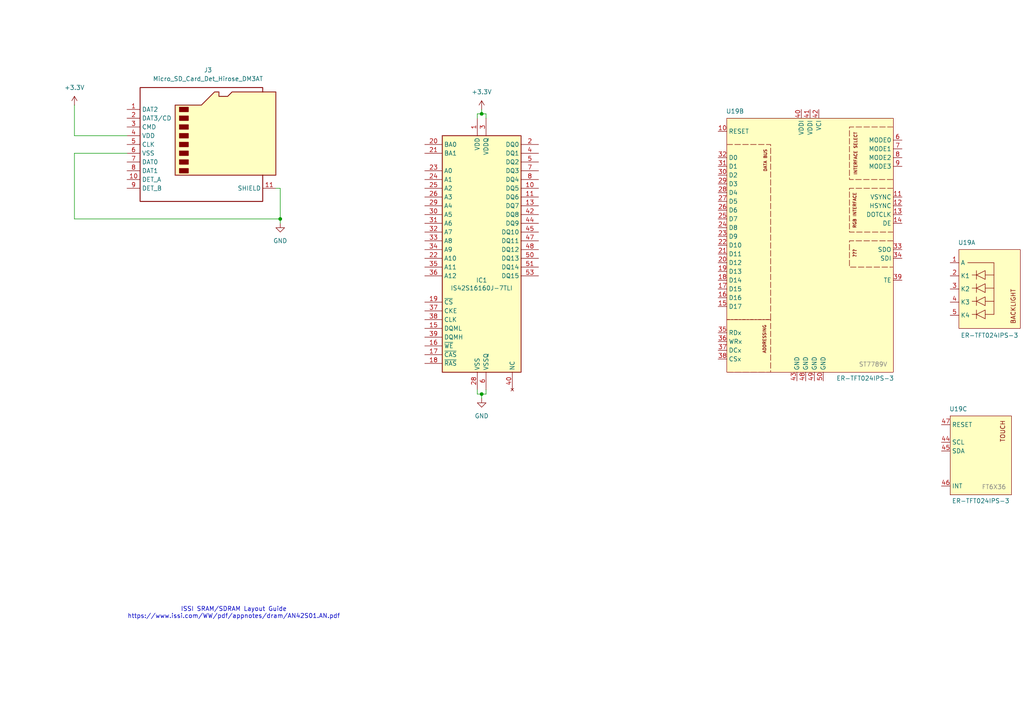
<source format=kicad_sch>
(kicad_sch (version 20250114) (generator "eeschema") (generator_version "9.0")
  (paper "A4")
  (lib_symbols
    (symbol "Connector:Micro_SD_Card_Det_Hirose_DM3AT"
      (property "Reference" "J" (at -16.51 17.78 0))
      (property "Value" "Micro_SD_Card_Det_Hirose_DM3AT" (at 16.51 17.78 0))
      (symbol "Micro_SD_Card_Det_Hirose_DM3AT_0_1"
        (polyline (pts (xy -8.89 -8.89) (xy -8.89 11.43) (xy -1.27 11.43) (xy 2.54 15.24) (xy 3.81 15.24) (xy 3.81 13.97) (xy 6.35 13.97) (xy 7.62 15.24) (xy 20.32 15.24) (xy 20.32 -8.89) (xy -8.89 -8.89)) (stroke (width 0.254)) (fill (type background)))
        (rectangle (start -7.62 10.795) (end -5.08 9.525) (stroke (width 0.254)) (fill (type outline)))
        (rectangle (start -7.62 8.255) (end -5.08 6.985) (stroke (width 0.254)) (fill (type outline)))
        (rectangle (start -7.62 5.715) (end -5.08 4.445) (stroke (width 0.254)) (fill (type outline)))
        (rectangle (start -7.62 3.175) (end -5.08 1.905) (stroke (width 0.254)) (fill (type outline)))
        (rectangle (start -7.62 0.635) (end -5.08 -0.635) (stroke (width 0.254)) (fill (type outline)))
        (rectangle (start -7.62 -1.905) (end -5.08 -3.175) (stroke (width 0.254)) (fill (type outline)))
        (rectangle (start -7.62 -4.445) (end -5.08 -5.715) (stroke (width 0.254)) (fill (type outline)))
        (rectangle (start -7.62 -6.985) (end -5.08 -8.255) (stroke (width 0.254)) (fill (type outline)))
        (polyline (pts (xy 16.51 15.24) (xy 16.51 16.51) (xy -19.05 16.51) (xy -19.05 -16.51) (xy 16.51 -16.51) (xy 16.51 -8.89)) (stroke (width 0.254)))
      )
      (symbol "Micro_SD_Card_Det_Hirose_DM3AT_1_1"
        (pin bidirectional line (at -22.86 10.16 0) (length 3.81) (name "DAT2") (number "1"))
        (pin bidirectional line (at -22.86 7.62 0) (length 3.81) (name "DAT3/CD") (number "2"))
        (pin input line (at -22.86 5.08 0) (length 3.81) (name "CMD") (number "3"))
        (pin power_in line (at -22.86 2.54 0) (length 3.81) (name "VDD") (number "4"))
        (pin input line (at -22.86 0 0) (length 3.81) (name "CLK") (number "5"))
        (pin power_in line (at -22.86 -2.54 0) (length 3.81) (name "VSS") (number "6"))
        (pin bidirectional line (at -22.86 -5.08 0) (length 3.81) (name "DAT0") (number "7"))
        (pin bidirectional line (at -22.86 -7.62 0) (length 3.81) (name "DAT1") (number "8"))
        (pin passive line (at -22.86 -10.16 0) (length 3.81) (name "DET_A") (number "10"))
        (pin passive line (at -22.86 -12.7 0) (length 3.81) (name "DET_B") (number "9"))
        (pin passive line (at 20.32 -12.7 180) (length 3.81) (name "SHIELD") (number "11"))
      )
    )
    (symbol "ER-TFT024IPS-3_1"
      (property "Reference" "U" (at 0 0 0))
      (property "Value" "ER-TFT024IPS-3" (at 0 0 0))
      (symbol "ER-TFT024IPS-3_1_1_1"
        (rectangle (start -8.89 11.43) (end 8.89 -11.43) (fill (type background)))
        (polyline (pts (xy -6.35 7.62) (xy 1.27 7.62)))
        (polyline (pts (xy -5.08 4.064) (xy -3.81 4.064)))
        (polyline (pts (xy -5.08 0.254) (xy -3.81 0.254)))
        (polyline (pts (xy -5.08 -3.556) (xy -3.81 -3.556)))
        (polyline (pts (xy -3.81 2.794) (xy -3.81 5.334)))
        (polyline (pts (xy -3.81 -1.016) (xy -3.81 1.524)))
        (polyline (pts (xy -3.81 -4.826) (xy -3.81 -2.286)))
        (polyline (pts (xy -3.81 -7.366) (xy -5.08 -7.366)))
        (polyline (pts (xy -3.81 -8.636) (xy -3.81 -6.096)))
        (polyline (pts (xy -1.27 2.794) (xy -1.27 5.334) (xy -3.81 4.064) (xy -1.27 2.794)))
        (polyline (pts (xy -1.27 -1.016) (xy -1.27 1.524) (xy -3.81 0.254) (xy -1.27 -1.016)))
        (polyline (pts (xy -1.27 -4.826) (xy -1.27 -2.286) (xy -3.81 -3.556) (xy -1.27 -4.826)))
        (polyline (pts (xy -1.27 -8.636) (xy -1.27 -6.096) (xy -3.81 -7.366) (xy -1.27 -8.636)))
        (polyline (pts (xy 1.27 7.62) (xy 1.27 -7.366)))
        (polyline (pts (xy 1.27 4.064) (xy -1.27 4.064)))
        (polyline (pts (xy 1.27 0.254) (xy -1.27 0.254)))
        (polyline (pts (xy 1.27 -3.556) (xy -1.27 -3.556)))
        (polyline (pts (xy 1.27 -7.366) (xy -1.27 -7.366)))
        (text "BACKLIGHT" (at 7.62 -10.16 900) (effects (font (size 1.27 1.27)) (justify left bottom)))
        (pin input line (at -11.43 7.62 0) (length 2.54) (name "A") (number "1"))
        (pin input line (at -11.43 3.81 0) (length 2.54) (name "K1") (number "2"))
        (pin input line (at -11.43 0 0) (length 2.54) (name "K2") (number "3"))
        (pin input line (at -11.43 -3.81 0) (length 2.54) (name "K3") (number "4"))
        (pin input line (at -11.43 -7.62 0) (length 2.54) (name "K4") (number "5"))
      )
      (symbol "ER-TFT024IPS-3_1_2_1"
        (rectangle (start -24.13 36.83) (end 24.13 -36.83) (fill (type background)))
        (polyline (pts (xy -24.13 29.21) (xy -11.43 29.21) (xy -11.43 -21.59) (xy -24.13 -21.59)) (stroke (width 0) (type dash)))
        (polyline (pts (xy -24.13 -21.59) (xy -11.43 -21.59) (xy -11.43 -36.83) (xy -24.13 -36.83)) (stroke (width 0) (type dash)))
        (polyline (pts (xy 24.13 34.29) (xy 11.43 34.29) (xy 11.43 19.05) (xy 24.13 19.05)) (stroke (width 0) (type dash)))
        (polyline (pts (xy 24.13 16.51) (xy 11.43 16.51) (xy 11.43 3.81) (xy 24.13 3.81)) (stroke (width 0) (type dash)))
        (polyline (pts (xy 24.13 1.27) (xy 11.43 1.27) (xy 11.43 -6.35) (xy 24.13 -6.35)) (stroke (width 0) (type dash)))
        (text "ADDRESSING" (at -13.208 -27.178 900) (effects (font (size 0.889 0.889))))
        (text "DATA BUS" (at -12.954 24.638 900) (effects (font (size 0.889 0.889))))
        (text "RGB INTERFACE" (at 12.954 10.16 900) (effects (font (size 0.889 0.889))))
        (text "???" (at 12.954 -2.286 900) (effects (font (size 0.889 0.889))))
        (text "INTERFACE SELECT" (at 13.208 26.67 900) (effects (font (size 0.889 0.889))))
        (text "ST7789V" (at 18.288 -34.544 0) (effects (font (size 1.27 1.27))))
        (pin input line (at -26.67 33.02 0) (length 2.54) (name "RESET") (number "10"))
        (pin input line (at -26.67 25.4 0) (length 2.54) (name "D0") (number "32"))
        (pin input line (at -26.67 22.86 0) (length 2.54) (name "D1") (number "31"))
        (pin input line (at -26.67 20.32 0) (length 2.54) (name "D2") (number "30"))
        (pin input line (at -26.67 17.78 0) (length 2.54) (name "D3") (number "29"))
        (pin input line (at -26.67 15.24 0) (length 2.54) (name "D4") (number "28"))
        (pin input line (at -26.67 12.7 0) (length 2.54) (name "D5") (number "27"))
        (pin input line (at -26.67 10.16 0) (length 2.54) (name "D6") (number "26"))
        (pin input line (at -26.67 7.62 0) (length 2.54) (name "D7") (number "25"))
        (pin input line (at -26.67 5.08 0) (length 2.54) (name "D8") (number "24"))
        (pin input line (at -26.67 2.54 0) (length 2.54) (name "D9") (number "23"))
        (pin input line (at -26.67 0 0) (length 2.54) (name "D10") (number "22"))
        (pin input line (at -26.67 -2.54 0) (length 2.54) (name "D11") (number "21"))
        (pin input line (at -26.67 -5.08 0) (length 2.54) (name "D12") (number "20"))
        (pin input line (at -26.67 -7.62 0) (length 2.54) (name "D13") (number "19"))
        (pin input line (at -26.67 -10.16 0) (length 2.54) (name "D14") (number "18"))
        (pin input line (at -26.67 -12.7 0) (length 2.54) (name "D15") (number "17"))
        (pin input line (at -26.67 -15.24 0) (length 2.54) (name "D16") (number "16"))
        (pin input line (at -26.67 -17.78 0) (length 2.54) (name "D17") (number "15"))
        (pin input line (at -26.67 -25.4 0) (length 2.54) (name "RDx") (number "35"))
        (pin input line (at -26.67 -27.94 0) (length 2.54) (name "WRx") (number "36"))
        (pin input line (at -26.67 -30.48 0) (length 2.54) (name "DCx") (number "37"))
        (pin input line (at -26.67 -33.02 0) (length 2.54) (name "CSx") (number "38"))
        (pin input line (at -3.81 -39.37 90) (length 2.54) (name "GND") (number "43"))
        (pin input line (at -2.54 39.37 270) (length 2.54) (name "VDDI") (number "40"))
        (pin input line (at -1.27 -39.37 90) (length 2.54) (name "GND") (number "48"))
        (pin input line (at 0 39.37 270) (length 2.54) (name "VDDI") (number "41"))
        (pin input line (at 1.27 -39.37 90) (length 2.54) (name "GND") (number "49"))
        (pin input line (at 2.54 39.37 270) (length 2.54) (name "VCI") (number "42"))
        (pin input line (at 3.81 -39.37 90) (length 2.54) (name "GND") (number "50"))
        (pin input line (at 26.67 30.48 180) (length 2.54) (name "MODE0") (number "6"))
        (pin input line (at 26.67 27.94 180) (length 2.54) (name "MODE1") (number "7"))
        (pin input line (at 26.67 25.4 180) (length 2.54) (name "MODE2") (number "8"))
        (pin input line (at 26.67 22.86 180) (length 2.54) (name "MODE3") (number "9"))
        (pin input line (at 26.67 13.97 180) (length 2.54) (name "VSYNC") (number "11"))
        (pin input line (at 26.67 11.43 180) (length 2.54) (name "HSYNC") (number "12"))
        (pin input line (at 26.67 8.89 180) (length 2.54) (name "DOTCLK") (number "13"))
        (pin input line (at 26.67 6.35 180) (length 2.54) (name "DE") (number "14"))
        (pin input line (at 26.67 -1.27 180) (length 2.54) (name "SDO") (number "33"))
        (pin input line (at 26.67 -3.81 180) (length 2.54) (name "SDI") (number "34"))
        (pin input line (at 26.67 -10.16 180) (length 2.54) (name "TE") (number "39"))
      )
      (symbol "ER-TFT024IPS-3_1_3_1"
        (rectangle (start -8.89 11.43) (end 8.89 -11.43) (fill (type background)))
        (text "FT6X36" (at 3.81 -9.144 0) (effects (font (size 1.27 1.27))))
        (text "TOUCH" (at 7.112 3.81 900) (effects (font (size 1.27 1.27)) (justify left bottom)))
        (pin input line (at -11.43 8.89 0) (length 2.54) (name "RESET") (number "47"))
        (pin input line (at -11.43 3.81 0) (length 2.54) (name "SCL") (number "44"))
        (pin input line (at -11.43 1.27 0) (length 2.54) (name "SDA") (number "45"))
        (pin input line (at -11.43 -8.89 0) (length 2.54) (name "INT") (number "46"))
      )
    )
    (symbol "pocket_synth:ER-TFT024IPS-3"
      (symbol "ER-TFT024IPS-3_1_1"
        (rectangle (start -8.89 11.43) (end 8.89 -11.43) (fill (type background)))
        (polyline (pts (xy -6.35 7.62) (xy 1.27 7.62)))
        (polyline (pts (xy -5.08 4.064) (xy -3.81 4.064)))
        (polyline (pts (xy -5.08 0.254) (xy -3.81 0.254)))
        (polyline (pts (xy -5.08 -3.556) (xy -3.81 -3.556)))
        (polyline (pts (xy -3.81 2.794) (xy -3.81 5.334)))
        (polyline (pts (xy -3.81 -1.016) (xy -3.81 1.524)))
        (polyline (pts (xy -3.81 -4.826) (xy -3.81 -2.286)))
        (polyline (pts (xy -3.81 -7.366) (xy -5.08 -7.366)))
        (polyline (pts (xy -3.81 -8.636) (xy -3.81 -6.096)))
        (polyline (pts (xy -1.27 2.794) (xy -1.27 5.334) (xy -3.81 4.064) (xy -1.27 2.794)))
        (polyline (pts (xy -1.27 -1.016) (xy -1.27 1.524) (xy -3.81 0.254) (xy -1.27 -1.016)))
        (polyline (pts (xy -1.27 -4.826) (xy -1.27 -2.286) (xy -3.81 -3.556) (xy -1.27 -4.826)))
        (polyline (pts (xy -1.27 -8.636) (xy -1.27 -6.096) (xy -3.81 -7.366) (xy -1.27 -8.636)))
        (polyline (pts (xy 1.27 7.62) (xy 1.27 -7.366)))
        (polyline (pts (xy 1.27 4.064) (xy -1.27 4.064)))
        (polyline (pts (xy 1.27 0.254) (xy -1.27 0.254)))
        (polyline (pts (xy 1.27 -3.556) (xy -1.27 -3.556)))
        (polyline (pts (xy 1.27 -7.366) (xy -1.27 -7.366)))
        (text "BACKLIGHT" (at 7.62 -10.16 900) (effects (font (size 1.27 1.27)) (justify left bottom)))
        (pin input line (at -11.43 7.62 0) (length 2.54) (name "A") (number "1"))
        (pin input line (at -11.43 3.81 0) (length 2.54) (name "K1") (number "2"))
        (pin input line (at -11.43 0 0) (length 2.54) (name "K2") (number "3"))
        (pin input line (at -11.43 -3.81 0) (length 2.54) (name "K3") (number "4"))
        (pin input line (at -11.43 -7.62 0) (length 2.54) (name "K4") (number "5"))
      )
      (symbol "ER-TFT024IPS-3_2_1"
        (rectangle (start -24.13 36.83) (end 24.13 -36.83) (fill (type background)))
        (polyline (pts (xy -24.13 29.21) (xy -11.43 29.21) (xy -11.43 -21.59) (xy -24.13 -21.59)) (stroke (width 0) (type dash)))
        (polyline (pts (xy -24.13 -21.59) (xy -11.43 -21.59) (xy -11.43 -36.83) (xy -24.13 -36.83)) (stroke (width 0) (type dash)))
        (polyline (pts (xy 24.13 34.29) (xy 11.43 34.29) (xy 11.43 19.05) (xy 24.13 19.05)) (stroke (width 0) (type dash)))
        (polyline (pts (xy 24.13 16.51) (xy 11.43 16.51) (xy 11.43 3.81) (xy 24.13 3.81)) (stroke (width 0) (type dash)))
        (polyline (pts (xy 24.13 1.27) (xy 11.43 1.27) (xy 11.43 -6.35) (xy 24.13 -6.35)) (stroke (width 0) (type dash)))
        (text "ADDRESSING" (at -13.208 -27.178 900) (effects (font (size 0.889 0.889))))
        (text "DATA BUS" (at -12.954 24.638 900) (effects (font (size 0.889 0.889))))
        (text "RGB INTERFACE" (at 12.954 10.16 900) (effects (font (size 0.889 0.889))))
        (text "???" (at 12.954 -2.286 900) (effects (font (size 0.889 0.889))))
        (text "INTERFACE SELECT" (at 13.208 26.67 900) (effects (font (size 0.889 0.889))))
        (text "ST7789V" (at 18.288 -34.544 0) (effects (font (size 1.27 1.27))))
        (pin input line (at -26.67 33.02 0) (length 2.54) (name "RESET") (number "10"))
        (pin input line (at -26.67 25.4 0) (length 2.54) (name "D0") (number "32"))
        (pin input line (at -26.67 22.86 0) (length 2.54) (name "D1") (number "31"))
        (pin input line (at -26.67 20.32 0) (length 2.54) (name "D2") (number "30"))
        (pin input line (at -26.67 17.78 0) (length 2.54) (name "D3") (number "29"))
        (pin input line (at -26.67 15.24 0) (length 2.54) (name "D4") (number "28"))
        (pin input line (at -26.67 12.7 0) (length 2.54) (name "D5") (number "27"))
        (pin input line (at -26.67 10.16 0) (length 2.54) (name "D6") (number "26"))
        (pin input line (at -26.67 7.62 0) (length 2.54) (name "D7") (number "25"))
        (pin input line (at -26.67 5.08 0) (length 2.54) (name "D8") (number "24"))
        (pin input line (at -26.67 2.54 0) (length 2.54) (name "D9") (number "23"))
        (pin input line (at -26.67 0 0) (length 2.54) (name "D10") (number "22"))
        (pin input line (at -26.67 -2.54 0) (length 2.54) (name "D11") (number "21"))
        (pin input line (at -26.67 -5.08 0) (length 2.54) (name "D12") (number "20"))
        (pin input line (at -26.67 -7.62 0) (length 2.54) (name "D13") (number "19"))
        (pin input line (at -26.67 -10.16 0) (length 2.54) (name "D14") (number "18"))
        (pin input line (at -26.67 -12.7 0) (length 2.54) (name "D15") (number "17"))
        (pin input line (at -26.67 -15.24 0) (length 2.54) (name "D16") (number "16"))
        (pin input line (at -26.67 -17.78 0) (length 2.54) (name "D17") (number "15"))
        (pin input line (at -26.67 -25.4 0) (length 2.54) (name "RDx") (number "35"))
        (pin input line (at -26.67 -27.94 0) (length 2.54) (name "WRx") (number "36"))
        (pin input line (at -26.67 -30.48 0) (length 2.54) (name "DCx") (number "37"))
        (pin input line (at -26.67 -33.02 0) (length 2.54) (name "CSx") (number "38"))
        (pin input line (at -3.81 -39.37 90) (length 2.54) (name "GND") (number "43"))
        (pin input line (at -2.54 39.37 270) (length 2.54) (name "VDDI") (number "40"))
        (pin input line (at -1.27 -39.37 90) (length 2.54) (name "GND") (number "48"))
        (pin input line (at 0 39.37 270) (length 2.54) (name "VDDI") (number "41"))
        (pin input line (at 1.27 -39.37 90) (length 2.54) (name "GND") (number "49"))
        (pin input line (at 2.54 39.37 270) (length 2.54) (name "VCI") (number "42"))
        (pin input line (at 3.81 -39.37 90) (length 2.54) (name "GND") (number "50"))
        (pin input line (at 26.67 30.48 180) (length 2.54) (name "MODE0") (number "6"))
        (pin input line (at 26.67 27.94 180) (length 2.54) (name "MODE1") (number "7"))
        (pin input line (at 26.67 25.4 180) (length 2.54) (name "MODE2") (number "8"))
        (pin input line (at 26.67 22.86 180) (length 2.54) (name "MODE3") (number "9"))
        (pin input line (at 26.67 13.97 180) (length 2.54) (name "VSYNC") (number "11"))
        (pin input line (at 26.67 11.43 180) (length 2.54) (name "HSYNC") (number "12"))
        (pin input line (at 26.67 8.89 180) (length 2.54) (name "DOTCLK") (number "13"))
        (pin input line (at 26.67 6.35 180) (length 2.54) (name "DE") (number "14"))
        (pin input line (at 26.67 -1.27 180) (length 2.54) (name "SDO") (number "33"))
        (pin input line (at 26.67 -3.81 180) (length 2.54) (name "SDI") (number "34"))
        (pin input line (at 26.67 -10.16 180) (length 2.54) (name "TE") (number "39"))
      )
      (symbol "ER-TFT024IPS-3_3_1"
        (rectangle (start -8.89 11.43) (end 8.89 -11.43) (fill (type background)))
        (text "FT6X36" (at 3.81 -9.144 0) (effects (font (size 1.27 1.27))))
        (text "TOUCH" (at 7.112 3.81 900) (effects (font (size 1.27 1.27)) (justify left bottom)))
        (pin input line (at -11.43 8.89 0) (length 2.54) (name "RESET") (number "47"))
        (pin input line (at -11.43 3.81 0) (length 2.54) (name "SCL") (number "44"))
        (pin input line (at -11.43 1.27 0) (length 2.54) (name "SDA") (number "45"))
        (pin input line (at -11.43 -8.89 0) (length 2.54) (name "INT") (number "46"))
      )
    )
    (symbol "pocket_synth:IS42S16160J-7TLI"
      (property "Reference" "IC" (at 12.7 39.37 0))
      (property "Value" "IS42S16160J-7TLI" (at 12.7 36.83 0))
      (symbol "IS42S16160J-7TLI_1_1"
        (rectangle (start -11.43 34.29) (end 11.43 -34.29) (stroke (width 0.254)) (fill (type background)))
        (pin passive line (at -16.51 31.75 0) (length 5.08) (name "BA0") (number "20"))
        (pin passive line (at -16.51 29.21 0) (length 5.08) (name "BA1") (number "21"))
        (pin passive line (at -16.51 24.13 0) (length 5.08) (name "A0") (number "23"))
        (pin passive line (at -16.51 21.59 0) (length 5.08) (name "A1") (number "24"))
        (pin passive line (at -16.51 19.05 0) (length 5.08) (name "A2") (number "25"))
        (pin passive line (at -16.51 16.51 0) (length 5.08) (name "A3") (number "26"))
        (pin passive line (at -16.51 13.97 0) (length 5.08) (name "A4") (number "29"))
        (pin passive line (at -16.51 11.43 0) (length 5.08) (name "A5") (number "30"))
        (pin passive line (at -16.51 8.89 0) (length 5.08) (name "A6") (number "31"))
        (pin passive line (at -16.51 6.35 0) (length 5.08) (name "A7") (number "32"))
        (pin passive line (at -16.51 3.81 0) (length 5.08) (name "A8") (number "33"))
        (pin passive line (at -16.51 1.27 0) (length 5.08) (name "A9") (number "34"))
        (pin passive line (at -16.51 -1.27 0) (length 5.08) (name "A10") (number "22"))
        (pin passive line (at -16.51 -3.81 0) (length 5.08) (name "A11") (number "35"))
        (pin passive line (at -16.51 -6.35 0) (length 5.08) (name "A12") (number "36"))
        (pin passive line (at -16.51 -13.97 0) (length 5.08) (name "~{CS}") (number "19"))
        (pin passive line (at -16.51 -16.51 0) (length 5.08) (name "CKE") (number "37"))
        (pin passive line (at -16.51 -19.05 0) (length 5.08) (name "CLK") (number "38"))
        (pin passive line (at -16.51 -21.59 0) (length 5.08) (name "DQML") (number "15"))
        (pin passive line (at -16.51 -24.13 0) (length 5.08) (name "DQMH") (number "39"))
        (pin passive line (at -16.51 -26.67 0) (length 5.08) (name "~{WE}") (number "16"))
        (pin passive line (at -16.51 -29.21 0) (length 5.08) (name "~{CAS}") (number "17"))
        (pin passive line (at -16.51 -31.75 0) (length 5.08) (name "~{RAS}") (number "18"))
        (pin passive line (at -1.27 39.37 270) (length 5.08) (name "VDD") (number "1"))
        (pin passive line (at -1.27 39.37 270) (length 5.08) (hide yes) (name "VDD") (number "14"))
        (pin passive line (at -1.27 39.37 270) (length 5.08) (hide yes) (name "VDD") (number "27"))
        (pin passive line (at -1.27 -39.37 90) (length 5.08) (name "VSS") (number "28"))
        (pin passive line (at -1.27 -39.37 90) (length 5.08) (hide yes) (name "VSS") (number "41"))
        (pin passive line (at -1.27 -39.37 90) (length 5.08) (hide yes) (name "VSS") (number "54"))
        (pin passive line (at 1.27 39.37 270) (length 5.08) (name "VDDQ") (number "3"))
        (pin passive line (at 1.27 39.37 270) (length 5.08) (hide yes) (name "VDDQ") (number "43"))
        (pin passive line (at 1.27 39.37 270) (length 5.08) (hide yes) (name "VDDQ") (number "49"))
        (pin passive line (at 1.27 39.37 270) (length 5.08) (hide yes) (name "VDDQ") (number "9"))
        (pin passive line (at 1.27 -39.37 90) (length 5.08) (hide yes) (name "VSSQ") (number "12"))
        (pin passive line (at 1.27 -39.37 90) (length 5.08) (hide yes) (name "VSSQ") (number "46"))
        (pin passive line (at 1.27 -39.37 90) (length 5.08) (hide yes) (name "VSSQ") (number "52"))
        (pin passive line (at 1.27 -39.37 90) (length 5.08) (name "VSSQ") (number "6"))
        (pin no_connect line (at 8.89 -39.37 90) (length 5.08) (name "NC") (number "40"))
        (pin passive line (at 16.51 31.75 180) (length 5.08) (name "DQ0") (number "2"))
        (pin passive line (at 16.51 29.21 180) (length 5.08) (name "DQ1") (number "4"))
        (pin passive line (at 16.51 26.67 180) (length 5.08) (name "DQ2") (number "5"))
        (pin passive line (at 16.51 24.13 180) (length 5.08) (name "DQ3") (number "7"))
        (pin passive line (at 16.51 21.59 180) (length 5.08) (name "DQ4") (number "8"))
        (pin passive line (at 16.51 19.05 180) (length 5.08) (name "DQ5") (number "10"))
        (pin passive line (at 16.51 16.51 180) (length 5.08) (name "DQ6") (number "11"))
        (pin passive line (at 16.51 13.97 180) (length 5.08) (name "DQ7") (number "13"))
        (pin passive line (at 16.51 11.43 180) (length 5.08) (name "DQ8") (number "42"))
        (pin passive line (at 16.51 8.89 180) (length 5.08) (name "DQ9") (number "44"))
        (pin passive line (at 16.51 6.35 180) (length 5.08) (name "DQ10") (number "45"))
        (pin passive line (at 16.51 3.81 180) (length 5.08) (name "DQ11") (number "47"))
        (pin passive line (at 16.51 1.27 180) (length 5.08) (name "DQ12") (number "48"))
        (pin passive line (at 16.51 -1.27 180) (length 5.08) (name "DQ13") (number "50"))
        (pin passive line (at 16.51 -3.81 180) (length 5.08) (name "DQ14") (number "51"))
        (pin passive line (at 16.51 -6.35 180) (length 5.08) (name "DQ15") (number "53"))
      )
    )
    (symbol "power:+3.3V" (power) (pin_numbers (hide yes)) (pin_names (offset 0) (hide yes))
      (property "Value" "+3.3V" (at 0 3.556 0))
      (symbol "+3.3V_0_1"
        (polyline (pts (xy -0.762 1.27) (xy 0 2.54)))
        (polyline (pts (xy 0 2.54) (xy 0.762 1.27)))
        (polyline (pts (xy 0 0) (xy 0 2.54)))
      )
      (symbol "+3.3V_1_1"
        (pin power_in line (at 0 0 90) (length 0) (name "~") (number "1"))
      )
    )
    (symbol "power:GND" (power) (pin_numbers (hide yes)) (pin_names (offset 0) (hide yes))
      (property "Value" "GND" (at 0 -3.81 0))
      (symbol "GND_0_1"
        (polyline (pts (xy 0 0) (xy 0 -1.27) (xy 1.27 -1.27) (xy 0 -2.54) (xy -1.27 -1.27) (xy 0 -1.27)))
      )
      (symbol "GND_1_1"
        (pin power_in line (at 0 0 270) (length 0) (name "~") (number "1"))
      )
    )
  )
  (text "ISSI SRAM/SDRAM Layout Guide\nhttps://www.issi.com/WW/pdf/appnotes/dram/AN42S01.AN.pdf" (at 67.818 177.8 0) (effects (font (size 1.27 1.27))))
  (junction (at 139.7 33.02))
  (junction (at 139.7 114.3))
  (junction (at 81.28 63.5))
  (wire (pts (xy 140.97 113.03) (xy 140.97 114.3)))
  (wire (pts (xy 80.01 54.61) (xy 81.28 54.61)))
  (wire (pts (xy 138.43 113.03) (xy 138.43 114.3)))
  (wire (pts (xy 81.28 54.61) (xy 81.28 63.5)))
  (wire (pts (xy 139.7 33.02) (xy 140.97 33.02)))
  (wire (pts (xy 21.59 44.45) (xy 36.83 44.45)))
  (wire (pts (xy 139.7 31.75) (xy 139.7 33.02)))
  (wire (pts (xy 138.43 33.02) (xy 139.7 33.02)))
  (wire (pts (xy 21.59 39.37) (xy 21.59 30.48)))
  (wire (pts (xy 139.7 114.3) (xy 140.97 114.3)))
  (wire (pts (xy 21.59 63.5) (xy 81.28 63.5)))
  (wire (pts (xy 139.7 114.3) (xy 139.7 115.57)))
  (wire (pts (xy 81.28 63.5) (xy 81.28 64.77)))
  (wire (pts (xy 36.83 39.37) (xy 21.59 39.37)))
  (wire (pts (xy 138.43 114.3) (xy 139.7 114.3)))
  (wire (pts (xy 138.43 34.29) (xy 138.43 33.02)))
  (wire (pts (xy 140.97 33.02) (xy 140.97 34.29)))
  (wire (pts (xy 21.59 44.45) (xy 21.59 63.5)))
  (symbol (lib_id "pocket_synth:ER-TFT024IPS-3") (at 284.48 132.08 0) (unit 3)
    (property "Reference" "U19" (at 275.336 118.618 0) (effects (justify left)))
    (property "Value" "ER-TFT024IPS-3" (at 276.098 145.288 0) (effects (justify left)))
    (property "Footprint" "pocket_synth:ER-TFT024IPS-3" (effects (hide yes)))
  )
  (symbol (lib_name "ER-TFT024IPS-3_1") (lib_id "pocket_synth:ER-TFT024IPS-3") (at 234.95 71.12 0) (unit 2)
    (property "Reference" "U19" (at 210.566 32.258 0) (effects (justify left)))
    (property "Value" "ER-TFT024IPS-3" (at 242.57 109.728 0) (effects (justify left)))
    (property "Footprint" "pocket_synth:ER-TFT024IPS-3" (effects (hide yes)))
  )
  (symbol (lib_id "pocket_synth:ER-TFT024IPS-3") (at 287.02 83.82 0) (unit 1)
    (property "Reference" "U19" (at 277.876 70.358 0) (effects (justify left)))
    (property "Value" "ER-TFT024IPS-3" (at 278.638 97.282 0) (effects (justify left)))
    (property "Footprint" "pocket_synth:ER-TFT024IPS-3" (effects (hide yes)))
  )
  (symbol (lib_id "power:+3.3V") (at 21.59 30.48 0) (unit 1)
    (property "Reference" "#PWR01" (effects (hide yes)))
    (property "Value" "+3.3V" (at 21.59 25.4 0))
    (property "Description" "Power symbol creates a global label with name \"+3.3V\"" (effects (hide yes)))
  )
  (symbol (lib_id "power:GND") (at 81.28 64.77 0) (unit 1)
    (property "Reference" "#PWR02" (effects (hide yes)))
    (property "Value" "GND" (at 81.28 69.85 0))
    (property "Description" "Power symbol creates a global label with name \"GND\" , ground" (effects (hide yes)))
  )
  (symbol (lib_id "pocket_synth:IS42S16160J-7TLI") (at 139.7 73.66 0) (unit 1)
    (property "Reference" "IC1" (at 139.7 81.28 0))
    (property "Value" "IS42S16160J-7TLI" (at 139.7 83.566 0))
    (property "Footprint" "pocket_synth:SOP80P1176X120-54N" (effects (hide yes)))
    (property "Datasheet" "http://www.issi.com/WW/pdf/42-45S83200J-16160J.pdf" (effects (hide yes)))
    (property "Description" "DRAM 256M, 3.3V, SDRAM 16Mx16 143MHz" (effects (hide yes)))
    (property "Height" "1.2" (effects (hide yes)))
    (property "Mouser Part Number" "870-IS42S16160J-7TLI" (effects (hide yes)))
    (property "Mouser Price/Stock" "https://www.mouser.co.uk/ProductDetail/ISSI/IS42S16160J-7TLI?qs=uCnMRCNammmen%252BmWnq1g5A%3D%3D" (effects (hide yes)))
    (property "Manufacturer_Name" "Integrated Silicon Solution Inc." (effects (hide yes)))
    (property "Manufacturer_Part_Number" "IS42S16160J-7TLI" (effects (hide yes)))
  )
  (symbol (lib_id "power:GND") (at 139.7 115.57 0) (unit 1)
    (property "Reference" "#PWR025" (effects (hide yes)))
    (property "Value" "GND" (at 139.7 120.65 0))
    (property "Description" "Power symbol creates a global label with name \"GND\" , ground" (effects (hide yes)))
  )
  (symbol (lib_id "power:+3.3V") (at 139.7 31.75 0) (unit 1)
    (property "Reference" "#PWR07" (effects (hide yes)))
    (property "Value" "+3.3V" (at 139.7 26.67 0))
    (property "Description" "Power symbol creates a global label with name \"+3.3V\"" (effects (hide yes)))
  )
  (symbol (lib_id "Connector:Micro_SD_Card_Det_Hirose_DM3AT") (at 59.69 41.91 0) (unit 1)
    (property "Reference" "J3" (at 60.325 20.32 0))
    (property "Value" "Micro_SD_Card_Det_Hirose_DM3AT" (at 60.325 22.86 0))
    (property "Footprint" "Connector_Card:microSD_HC_Hirose_DM3BT-DSF-PEJS" (effects (hide yes)))
    (property "Datasheet" "https://www.hirose.com/product/en/download_file/key_name/DM3/category/Catalog/doc_file_id/49662/?file_category_id=4&item_id=195&is_series=1" (effects (hide yes)))
    (property "Description" "Micro SD Card Socket with card detection pins" (effects (hide yes)))
  )
)
</source>
